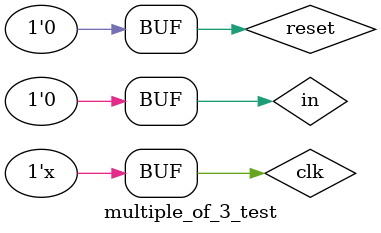
<source format=v>
`timescale 1ns / 1ps


module multiple_of_3_test;

	// Inputs
	reg in;
	reg clk;
	reg reset;

	// Outputs
	wire out;

	// Instantiate the Unit Under Test (UUT)
	multiple_of_3 uut (
		.in(in), 
		.clk(clk), 
		.reset(reset), 
		.out(out)
	);

	initial begin
		// Initialize Inputs
		in = 0;
		clk = 0;
		reset = 0;
		

		// Wait 100 ns for global reset to finish
		#100;
        
		// Add stimulus here

	end
      
	always begin
		
		#20;
		in=0;
		#20;
		in=0;
		#20;
		in=1;
		#20;
		in=1;
		#20;
		in=1;
		#20;
		in=1;
		#20;
		in=1;
		#20;
		in=0;
		#20;
		in=1;
		#20;
		in=1;
		#20;
		in=0;
		#20;
		
		reset=1;
		in=0;
		#20;
		in=1;
		#20;
		in=0;
		#20;
		
		reset=0;
	end
	always  begin
		clk = !clk;
		#10;
	end

endmodule


</source>
